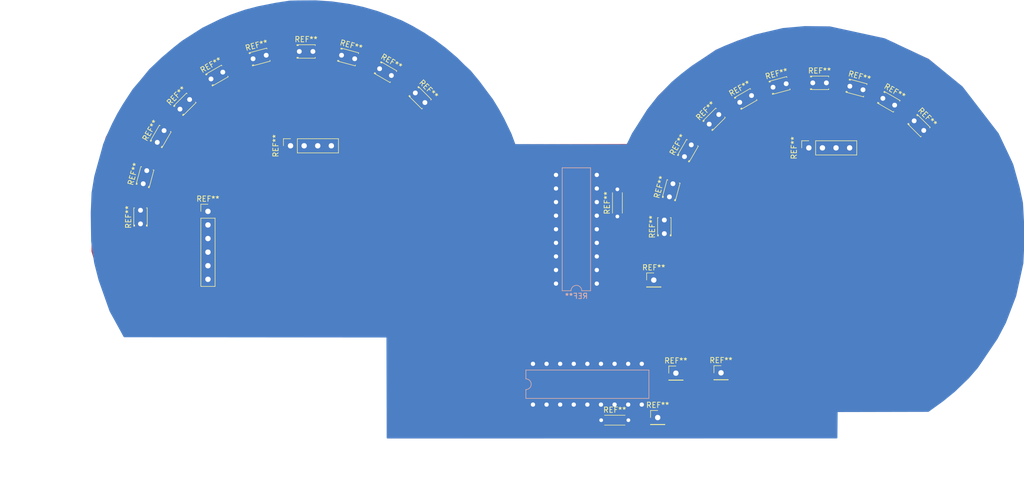
<source format=kicad_pcb>
(kicad_pcb (version 20171130) (host pcbnew 5.1.9-73d0e3b20d~88~ubuntu18.04.1)
  (layers (0 F.Cu signal) (31 B.Cu signal hide) (34 B.Paste user) (35 F.Paste user) (36 B.SilkS user) (37 F.SilkS user) (38 B.Mask user) (39 F.Mask user) (44 Edge.Cuts user))
  (net 0 "")
  (module Connector_PinHeader_2.54mm:PinHeader_1x01_P2.54mm_Vertical (layer F.Cu) (at 158.72206 147.0279)
    (fp_text reference REF** (at 0 -2.33) (layer F.SilkS))
    (fp_text value PinHeader_1x01_P2.54mm_Vertical)
    (pad 1 thru_hole rect (at 0 0) (size 1.7 1.7) (drill 1) (layers *.Cu *.Mask))
  )
  (module Connector_PinHeader_2.54mm:PinHeader_1x01_P2.54mm_Vertical (layer F.Cu) (at 162.11804 138.72464)
    (fp_text reference REF** (at 0 -2.33) (layer F.SilkS))
    (fp_text value PinHeader_1x01_P2.54mm_Vertical)
    (pad 1 thru_hole rect (at 0 0) (size 1.7 1.7) (drill 1) (layers *.Cu *.Mask))
  )
  (module Connector_PinHeader_2.54mm:PinHeader_1x01_P2.54mm_Vertical (layer F.Cu) (at 170.5483 138.66368)
    (fp_text reference REF** (at 0 -2.33) (layer F.SilkS))
    (fp_text value PinHeader_1x01_P2.54mm_Vertical)
    (pad 1 thru_hole rect (at 0 0) (size 1.7 1.7) (drill 1) (layers *.Cu *.Mask))
  )
  (module Connector_PinHeader_2.54mm:PinHeader_1x01_P2.54mm_Vertical (layer F.Cu) (at 157.99054 121.32056)
    (fp_text reference REF** (at 0 -2.33) (layer F.SilkS))
    (fp_text value PinHeader_1x01_P2.54mm_Vertical)
    (pad 1 thru_hole rect (at 0 0) (size 1.7 1.7) (drill 1) (layers *.Cu *.Mask))
  )
  (module Connector_PinHeader_2.54mm:PinHeader_1x06_P2.54mm_Vertical (layer F.Cu) (at 74.72934 108.48086)
    (fp_text reference REF** (at 0 -2.33) (layer F.SilkS))
    (fp_text value PinHeader_1x06_P2.54mm_Vertical)
    (pad 1 thru_hole rect (at 0 0) (size 1.7 1.7) (drill 1) (layers *.Cu *.Mask))
    (pad 2 thru_hole oval (at 0 2.54) (size 1.7 1.7) (drill 1) (layers *.Cu *.Mask))
    (pad 3 thru_hole oval (at 0 5.08) (size 1.7 1.7) (drill 1) (layers *.Cu *.Mask))
    (pad 4 thru_hole oval (at 0 7.62) (size 1.7 1.7) (drill 1) (layers *.Cu *.Mask))
    (pad 5 thru_hole oval (at 0 10.16) (size 1.7 1.7) (drill 1) (layers *.Cu *.Mask))
    (pad 6 thru_hole oval (at 0 12.7) (size 1.7 1.7) (drill 1) (layers *.Cu *.Mask))
  )
  (module Package_DIP:DIP-18_W7.62mm (layer B.Cu) (at 139.72794 121.98604)
    (fp_text reference REF** (at 3.81 2.33) (layer B.SilkS) (effects (justify mirror)))
    (fp_text value DIP-18_W7.62mm)
    (pad 1 thru_hole rect (at 0 0) (size 1.6 1.6) (drill 0.8) (layers *.Cu *.Mask))
    (pad 10 thru_hole oval (at 7.62 -20.32) (size 1.6 1.6) (drill 0.8) (layers *.Cu *.Mask))
    (pad 2 thru_hole oval (at 0 -2.54) (size 1.6 1.6) (drill 0.8) (layers *.Cu *.Mask))
    (pad 11 thru_hole oval (at 7.62 -17.78) (size 1.6 1.6) (drill 0.8) (layers *.Cu *.Mask))
    (pad 3 thru_hole oval (at 0 -5.08) (size 1.6 1.6) (drill 0.8) (layers *.Cu *.Mask))
    (pad 12 thru_hole oval (at 7.62 -15.24) (size 1.6 1.6) (drill 0.8) (layers *.Cu *.Mask))
    (pad 4 thru_hole oval (at 0 -7.62) (size 1.6 1.6) (drill 0.8) (layers *.Cu *.Mask))
    (pad 13 thru_hole oval (at 7.62 -12.7) (size 1.6 1.6) (drill 0.8) (layers *.Cu *.Mask))
    (pad 5 thru_hole oval (at 0 -10.16) (size 1.6 1.6) (drill 0.8) (layers *.Cu *.Mask))
    (pad 14 thru_hole oval (at 7.62 -10.16) (size 1.6 1.6) (drill 0.8) (layers *.Cu *.Mask))
    (pad 6 thru_hole oval (at 0 -12.7) (size 1.6 1.6) (drill 0.8) (layers *.Cu *.Mask))
    (pad 15 thru_hole oval (at 7.62 -7.62) (size 1.6 1.6) (drill 0.8) (layers *.Cu *.Mask))
    (pad 7 thru_hole oval (at 0 -15.24) (size 1.6 1.6) (drill 0.8) (layers *.Cu *.Mask))
    (pad 16 thru_hole oval (at 7.62 -5.08) (size 1.6 1.6) (drill 0.8) (layers *.Cu *.Mask))
    (pad 8 thru_hole oval (at 0 -17.78) (size 1.6 1.6) (drill 0.8) (layers *.Cu *.Mask))
    (pad 17 thru_hole oval (at 7.62 -2.54) (size 1.6 1.6) (drill 0.8) (layers *.Cu *.Mask))
    (pad 9 thru_hole oval (at 0 -20.32) (size 1.6 1.6) (drill 0.8) (layers *.Cu *.Mask))
    (pad 18 thru_hole oval (at 7.62 0) (size 1.6 1.6) (drill 0.8) (layers *.Cu *.Mask))
  )
  (module LED_THT:LED_D1.8mm_W3.3mm_H2.4mm (layer F.Cu) (at 91.79052 78.5876)
    (fp_text reference REF** (at 1.27 -2.26) (layer F.SilkS))
    (fp_text value LED_D1.8mm_W3.3mm_H2.4mm)
    (pad 1 thru_hole rect (at 0 0) (size 1.8 1.8) (drill 0.9) (layers *.Cu *.Mask))
    (pad 2 thru_hole circle (at 2.54 0) (size 1.8 1.8) (drill 0.9) (layers *.Cu *.Mask))
  )
  (module LED_THT:LED_D1.8mm_W3.3mm_H2.4mm (layer F.Cu) (at 83.15452 79.95158 15)
    (fp_text reference REF** (at 1.27 -2.26 15) (layer F.SilkS))
    (fp_text value LED_D1.8mm_W3.3mm_H2.4mm)
    (pad 1 thru_hole rect (at 0 0 15) (size 1.8 1.8) (drill 0.9) (layers *.Cu *.Mask))
    (pad 2 thru_hole circle (at 2.54 0 15) (size 1.8 1.8) (drill 0.9) (layers *.Cu *.Mask))
  )
  (module LED_THT:LED_D1.8mm_W3.3mm_H2.4mm (layer F.Cu) (at 99.679948 79.29164 345)
    (fp_text reference REF** (at 1.27 -2.26 165) (layer F.SilkS))
    (fp_text value LED_D1.8mm_W3.3mm_H2.4mm)
    (pad 1 thru_hole rect (at 0 0 345) (size 1.8 1.8) (drill 0.9) (layers *.Cu *.Mask))
    (pad 2 thru_hole circle (at 2.54 0 345) (size 1.8 1.8) (drill 0.9) (layers *.Cu *.Mask))
  )
  (module LED_THT:LED_D1.8mm_W3.3mm_H2.4mm (layer F.Cu) (at 75.30338 83.72602 30)
    (fp_text reference REF** (at 1.27 -2.26 30) (layer F.SilkS))
    (fp_text value LED_D1.8mm_W3.3mm_H2.4mm)
    (pad 1 thru_hole rect (at 0 0 30) (size 1.8 1.8) (drill 0.9) (layers *.Cu *.Mask))
    (pad 2 thru_hole circle (at 2.54 0 30) (size 1.8 1.8) (drill 0.9) (layers *.Cu *.Mask))
  )
  (module LED_THT:LED_D1.8mm_W3.3mm_H2.4mm (layer F.Cu) (at 65.26276 95.57766 60)
    (fp_text reference REF** (at 1.27 -2.26 60) (layer F.SilkS))
    (fp_text value LED_D1.8mm_W3.3mm_H2.4mm)
    (pad 1 thru_hole rect (at 0 0 60) (size 1.8 1.8) (drill 0.9) (layers *.Cu *.Mask))
    (pad 2 thru_hole circle (at 2.54 0 60) (size 1.8 1.8) (drill 0.9) (layers *.Cu *.Mask))
  )
  (module LED_THT:LED_D1.8mm_W3.3mm_H2.4mm (layer F.Cu) (at 69.506829 89.370171 45)
    (fp_text reference REF** (at 1.27 -2.26 45) (layer F.SilkS))
    (fp_text value LED_D1.8mm_W3.3mm_H2.4mm)
    (pad 1 thru_hole rect (at 0 0 45) (size 1.8 1.8) (drill 0.9) (layers *.Cu *.Mask))
    (pad 2 thru_hole circle (at 2.54 0 45) (size 1.8 1.8) (drill 0.9) (layers *.Cu *.Mask))
  )
  (module LED_THT:LED_D1.8mm_W3.3mm_H2.4mm (layer F.Cu) (at 62.64448 103.314312 75)
    (fp_text reference REF** (at 1.27 -2.26 75) (layer F.SilkS))
    (fp_text value LED_D1.8mm_W3.3mm_H2.4mm)
    (pad 1 thru_hole rect (at 0 0 75) (size 1.8 1.8) (drill 0.9) (layers *.Cu *.Mask))
    (pad 2 thru_hole circle (at 2.54 0 75) (size 1.8 1.8) (drill 0.9) (layers *.Cu *.Mask))
  )
  (module LED_THT:LED_D1.8mm_W3.3mm_H2.4mm (layer F.Cu) (at 62.13348 110.81512 90)
    (fp_text reference REF** (at 1.27 -2.26 90) (layer F.SilkS))
    (fp_text value LED_D1.8mm_W3.3mm_H2.4mm)
    (pad 1 thru_hole rect (at 0 0 90) (size 1.8 1.8) (drill 0.9) (layers *.Cu *.Mask))
    (pad 2 thru_hole circle (at 2.54 0 90) (size 1.8 1.8) (drill 0.9) (layers *.Cu *.Mask))
  )
  (module LED_THT:LED_D1.8mm_W3.3mm_H2.4mm (layer F.Cu) (at 106.78668 81.81086 330)
    (fp_text reference REF** (at 1.27 -2.26 150) (layer F.SilkS))
    (fp_text value LED_D1.8mm_W3.3mm_H2.4mm)
    (pad 1 thru_hole rect (at 0 0 330) (size 1.8 1.8) (drill 0.9) (layers *.Cu *.Mask))
    (pad 2 thru_hole circle (at 2.54 0 330) (size 1.8 1.8) (drill 0.9) (layers *.Cu *.Mask))
  )
  (module LED_THT:LED_D1.8mm_W3.3mm_H2.4mm (layer F.Cu) (at 113.45418 86.33968 315)
    (fp_text reference REF** (at 1.27 -2.26 135) (layer F.SilkS))
    (fp_text value LED_D1.8mm_W3.3mm_H2.4mm)
    (pad 1 thru_hole rect (at 0 0 315) (size 1.8 1.8) (drill 0.9) (layers *.Cu *.Mask))
    (pad 2 thru_hole circle (at 2.54 0 315) (size 1.8 1.8) (drill 0.9) (layers *.Cu *.Mask))
  )
  (module Resistor_THT:R_Axial_DIN0204_L3.6mm_D1.6mm_P5.08mm_Horizontal (layer F.Cu) (at 148.16582 147.51812)
    (fp_text reference REF** (at 2.54 -1.92) (layer F.SilkS))
    (fp_text value R_Axial_DIN0204_L3.6mm_D1.6mm_P5.08mm_Horizontal)
    (pad 1 thru_hole circle (at 0 0) (size 1.4 1.4) (drill 0.7) (layers *.Cu *.Mask))
    (pad 2 thru_hole oval (at 5.08 0) (size 1.4 1.4) (drill 0.7) (layers *.Cu *.Mask))
  )
  (module Resistor_THT:R_Axial_DIN0204_L3.6mm_D1.6mm_P5.08mm_Horizontal (layer F.Cu) (at 151.19096 109.43844 90)
    (fp_text reference REF** (at 2.54 -1.92 90) (layer F.SilkS))
    (fp_text value R_Axial_DIN0204_L3.6mm_D1.6mm_P5.08mm_Horizontal)
    (pad 1 thru_hole circle (at 0 0 90) (size 1.4 1.4) (drill 0.7) (layers *.Cu *.Mask))
    (pad 2 thru_hole oval (at 5.08 0 90) (size 1.4 1.4) (drill 0.7) (layers *.Cu *.Mask))
  )
  (module Connector_PinSocket_2.54mm:PinSocket_1x04_P2.54mm_Vertical (layer F.Cu) (at 90.15222 96.22028 90)
    (fp_text reference REF** (at 0 -2.77 90) (layer F.SilkS))
    (fp_text value PinSocket_1x04_P2.54mm_Vertical)
    (pad 1 thru_hole rect (at 0 0 90) (size 1.7 1.7) (drill 1) (layers *.Cu *.Mask))
    (pad 2 thru_hole oval (at 0 2.54 90) (size 1.7 1.7) (drill 1) (layers *.Cu *.Mask))
    (pad 3 thru_hole oval (at 0 5.08 90) (size 1.7 1.7) (drill 1) (layers *.Cu *.Mask))
    (pad 4 thru_hole oval (at 0 7.62 90) (size 1.7 1.7) (drill 1) (layers *.Cu *.Mask))
  )
  (module Connector_PinSocket_2.54mm:PinSocket_1x04_P2.54mm_Vertical (layer F.Cu) (at 186.94654 96.61144 90)
    (fp_text reference REF** (at 0 -2.77 90) (layer F.SilkS))
    (fp_text value PinSocket_1x04_P2.54mm_Vertical)
    (pad 1 thru_hole rect (at 0 0 90) (size 1.7 1.7) (drill 1) (layers *.Cu *.Mask))
    (pad 2 thru_hole oval (at 0 2.54 90) (size 1.7 1.7) (drill 1) (layers *.Cu *.Mask))
    (pad 3 thru_hole oval (at 0 5.08 90) (size 1.7 1.7) (drill 1) (layers *.Cu *.Mask))
    (pad 4 thru_hole oval (at 0 7.62 90) (size 1.7 1.7) (drill 1) (layers *.Cu *.Mask))
  )
  (module LED_THT:LED_D1.8mm_W3.3mm_H2.4mm (layer F.Cu) (at 206.6163 91.5543 315)
    (fp_text reference REF** (at 1.27 -2.26 135) (layer F.SilkS))
    (fp_text value LED_D1.8mm_W3.3mm_H2.4mm)
    (pad 1 thru_hole rect (at 0 0 315) (size 1.8 1.8) (drill 0.9) (layers *.Cu *.Mask))
    (pad 2 thru_hole circle (at 2.54 0 315) (size 1.8 1.8) (drill 0.9) (layers *.Cu *.Mask))
  )
  (module LED_THT:LED_D1.8mm_W3.3mm_H2.4mm (layer F.Cu) (at 159.95904 112.63884 90)
    (fp_text reference REF** (at 1.27 -2.26 90) (layer F.SilkS))
    (fp_text value LED_D1.8mm_W3.3mm_H2.4mm)
    (pad 1 thru_hole rect (at 0 0 90) (size 1.8 1.8) (drill 0.9) (layers *.Cu *.Mask))
    (pad 2 thru_hole circle (at 2.54 0 90) (size 1.8 1.8) (drill 0.9) (layers *.Cu *.Mask))
  )
  (module LED_THT:LED_D1.8mm_W3.3mm_H2.4mm (layer F.Cu) (at 163.72078 98.2472 60)
    (fp_text reference REF** (at 1.27 -2.26 60) (layer F.SilkS))
    (fp_text value LED_D1.8mm_W3.3mm_H2.4mm)
    (pad 1 thru_hole rect (at 0 0 60) (size 1.8 1.8) (drill 0.9) (layers *.Cu *.Mask))
    (pad 2 thru_hole circle (at 2.54 0 60) (size 1.8 1.8) (drill 0.9) (layers *.Cu *.Mask))
  )
  (module LED_THT:LED_D1.8mm_W3.3mm_H2.4mm (layer F.Cu) (at 168.34104 92.1766 45)
    (fp_text reference REF** (at 1.27 -2.26 45) (layer F.SilkS))
    (fp_text value LED_D1.8mm_W3.3mm_H2.4mm)
    (pad 1 thru_hole rect (at 0 0 45) (size 1.8 1.8) (drill 0.9) (layers *.Cu *.Mask))
    (pad 2 thru_hole circle (at 2.54 0 45) (size 1.8 1.8) (drill 0.9) (layers *.Cu *.Mask))
  )
  (module LED_THT:LED_D1.8mm_W3.3mm_H2.4mm (layer F.Cu) (at 174.04588 88.0999 30)
    (fp_text reference REF** (at 1.27 -2.26 30) (layer F.SilkS))
    (fp_text value LED_D1.8mm_W3.3mm_H2.4mm)
    (pad 1 thru_hole rect (at 0 0 30) (size 1.8 1.8) (drill 0.9) (layers *.Cu *.Mask))
    (pad 2 thru_hole circle (at 2.54 0 30) (size 1.8 1.8) (drill 0.9) (layers *.Cu *.Mask))
  )
  (module LED_THT:LED_D1.8mm_W3.3mm_H2.4mm (layer F.Cu) (at 180.26126 85.27288 15)
    (fp_text reference REF** (at 1.27 -2.26 15) (layer F.SilkS))
    (fp_text value LED_D1.8mm_W3.3mm_H2.4mm)
    (pad 1 thru_hole rect (at 0 0 15) (size 1.8 1.8) (drill 0.9) (layers *.Cu *.Mask))
    (pad 2 thru_hole circle (at 2.54 0 15) (size 1.8 1.8) (drill 0.9) (layers *.Cu *.Mask))
  )
  (module LED_THT:LED_D1.8mm_W3.3mm_H2.4mm (layer F.Cu) (at 187.68314 84.455)
    (fp_text reference REF** (at 1.27 -2.26) (layer F.SilkS))
    (fp_text value LED_D1.8mm_W3.3mm_H2.4mm)
    (pad 1 thru_hole rect (at 0 0) (size 1.8 1.8) (drill 0.9) (layers *.Cu *.Mask))
    (pad 2 thru_hole circle (at 2.54 0) (size 1.8 1.8) (drill 0.9) (layers *.Cu *.Mask))
  )
  (module LED_THT:LED_D1.8mm_W3.3mm_H2.4mm (layer F.Cu) (at 194.60972 85.08746 345)
    (fp_text reference REF** (at 1.27 -2.26 165) (layer F.SilkS))
    (fp_text value LED_D1.8mm_W3.3mm_H2.4mm)
    (pad 1 thru_hole rect (at 0 0 345) (size 1.8 1.8) (drill 0.9) (layers *.Cu *.Mask))
    (pad 2 thru_hole circle (at 2.54 0 345) (size 1.8 1.8) (drill 0.9) (layers *.Cu *.Mask))
  )
  (module LED_THT:LED_D1.8mm_W3.3mm_H2.4mm (layer F.Cu) (at 200.7743 87.35314 330)
    (fp_text reference REF** (at 1.27 -2.26 150) (layer F.SilkS))
    (fp_text value LED_D1.8mm_W3.3mm_H2.4mm)
    (pad 1 thru_hole rect (at 0 0 330) (size 1.8 1.8) (drill 0.9) (layers *.Cu *.Mask))
    (pad 2 thru_hole circle (at 2.54 0 330) (size 1.8 1.8) (drill 0.9) (layers *.Cu *.Mask))
  )
  (module LED_THT:LED_D1.8mm_W3.3mm_H2.4mm (layer F.Cu) (at 160.91154 105.7656 75)
    (fp_text reference REF** (at 1.27 -2.26 75) (layer F.SilkS))
    (fp_text value LED_D1.8mm_W3.3mm_H2.4mm)
    (pad 1 thru_hole rect (at 0 0 75) (size 1.8 1.8) (drill 0.9) (layers *.Cu *.Mask))
    (pad 2 thru_hole circle (at 2.54 0 75) (size 1.8 1.8) (drill 0.9) (layers *.Cu *.Mask))
  )
  (module Package_DIP:DIP-18_W7.62mm (layer B.Cu) (at 135.42772 136.9822 270)
    (fp_text reference REF** (at 3.81 2.33 270) (layer B.Cu) (effects (justify mirror)))
    (fp_text value DIP-18_W7.62mm (at 3.81 -22.65 270) (layer B.Cu) (effects (justify mirror)))
    (fp_text user %R (at 3.81 -10.16 270) (layer B.Cu) (effects (justify mirror)))
    (pad 1 thru_hole rect (at 0 0 270) (size 1.6 1.6) (drill 0.8) (layers *.Cu *.Mask))
    (pad 10 thru_hole oval (at 7.62 -20.32 270) (size 1.6 1.6) (drill 0.8) (layers *.Cu *.Mask))
    (pad 2 thru_hole oval (at 0 -2.54 270) (size 1.6 1.6) (drill 0.8) (layers *.Cu *.Mask))
    (pad 11 thru_hole oval (at 7.62 -17.78 270) (size 1.6 1.6) (drill 0.8) (layers *.Cu *.Mask))
    (pad 3 thru_hole oval (at 0 -5.08 270) (size 1.6 1.6) (drill 0.8) (layers *.Cu *.Mask))
    (pad 12 thru_hole oval (at 7.62 -15.24 270) (size 1.6 1.6) (drill 0.8) (layers *.Cu *.Mask))
    (pad 4 thru_hole oval (at 0 -7.62 270) (size 1.6 1.6) (drill 0.8) (layers *.Cu *.Mask))
    (pad 13 thru_hole oval (at 7.62 -12.7 270) (size 1.6 1.6) (drill 0.8) (layers *.Cu *.Mask))
    (pad 5 thru_hole oval (at 0 -10.16 270) (size 1.6 1.6) (drill 0.8) (layers *.Cu *.Mask))
    (pad 14 thru_hole oval (at 7.62 -10.16 270) (size 1.6 1.6) (drill 0.8) (layers *.Cu *.Mask))
    (pad 6 thru_hole oval (at 0 -12.7 270) (size 1.6 1.6) (drill 0.8) (layers *.Cu *.Mask))
    (pad 15 thru_hole oval (at 7.62 -7.62 270) (size 1.6 1.6) (drill 0.8) (layers *.Cu *.Mask))
    (pad 7 thru_hole oval (at 0 -15.24 270) (size 1.6 1.6) (drill 0.8) (layers *.Cu *.Mask))
    (pad 16 thru_hole oval (at 7.62 -5.08 270) (size 1.6 1.6) (drill 0.8) (layers *.Cu *.Mask))
    (pad 8 thru_hole oval (at 0 -17.78 270) (size 1.6 1.6) (drill 0.8) (layers *.Cu *.Mask))
    (pad 17 thru_hole oval (at 7.62 -2.54 270) (size 1.6 1.6) (drill 0.8) (layers *.Cu *.Mask))
    (pad 9 thru_hole oval (at 0 -20.32 270) (size 1.6 1.6) (drill 0.8) (layers *.Cu *.Mask))
    (pad 18 thru_hole oval (at 7.62 0 270) (size 1.6 1.6) (drill 0.8) (layers *.Cu *.Mask))
  )
  (segment (start 156.99232 137.44194) (end 156.99232 130.16992) (width 0.25) (layer B.Cu) (net 0))
  (segment (start 156.99232 130.16992) (end 159.14878 132.32638) (width 0.25) (layer B.Cu) (net 0))
  (segment (start 159.14878 132.32638) (end 159.85744 132.32638) (width 0.25) (layer B.Cu) (net 0))
  (segment (start 159.85744 132.32638) (end 161.98596 134.4549) (width 0.25) (layer B.Cu) (net 0))
  (segment (start 157.62224 126.81458) (end 151.91232 132.5245) (width 0.25) (layer B.Cu) (net 0))
  (segment (start 154.45232 134.36092) (end 157.62224 131.191) (width 0.25) (layer B.Cu) (net 0))
  (segment (start 151.91232 132.5245) (end 151.91232 137.44194) (width 0.25) (layer B.Cu) (net 0))
  (segment (start 154.45232 137.44194) (end 154.45232 134.36092) (width 0.25) (layer B.Cu) (net 0))
  (segment (start 157.62224 131.191) (end 157.62224 126.81458) (width 0.25) (layer B.Cu) (net 0))
  (segment (start 157.59938 140.26896) (end 157.59938 135.13308) (width 0.25) (layer B.Cu) (net 0))
  (segment (start 160.13938 137.67308) (end 160.13938 140.26896) (width 0.25) (layer B.Cu) (net 0))
  (segment (start 157.59938 135.13308) (end 160.13938 137.67308) (width 0.25) (layer B.Cu) (net 0))
  (segment (start 157.59938 140.26896) (end 157.59938 147.88896) (width 0.25) (layer B.Cu) (net 0))
  (segment (start 160.13938 140.26896) (end 160.13938 143.0147) (width 0.25) (layer B.Cu) (net 0))
  (segment (start 157.9753 98.2472) (end 163.72078 98.2472) (width 0.5) (layer F.Cu) (net 0))
  (segment (start 157.9753 98.2472) (end 164.15004 92.07246) (width 0.5) (layer F.Cu) (net 0))
  (segment (start 164.25418 92.1766) (end 168.34104 92.1766) (width 0.5) (layer F.Cu) (net 0))
  (segment (start 164.15004 92.07246) (end 164.25418 92.1766) (width 0.5) (layer F.Cu) (net 0))
  (segment (start 164.15004 92.07246) (end 164.15004 92.06992) (width 0.5) (layer F.Cu) (net 0))
  (segment (start 168.12006 88.0999) (end 174.04588 88.0999) (width 0.5) (layer F.Cu) (net 0))
  (segment (start 164.15004 92.06992) (end 168.12006 88.0999) (width 0.5) (layer F.Cu) (net 0))
  (segment (start 157.71368 112.49406) (end 157.85846 112.63884) (width 0.5) (layer F.Cu) (net 0))
  (segment (start 157.85846 112.63884) (end 159.95904 112.63884) (width 0.5) (layer F.Cu) (net 0))
  (segment (start 157.73908 105.7656) (end 157.71368 105.791) (width 0.5) (layer F.Cu) (net 0))
  (segment (start 160.91154 105.7656) (end 157.73908 105.7656) (width 0.5) (layer F.Cu) (net 0))
  (segment (start 157.71368 98.50882) (end 157.71368 105.791) (width 0.5) (layer F.Cu) (net 0))
  (segment (start 157.71368 105.791) (end 157.71368 112.49406) (width 0.5) (layer F.Cu) (net 0))
  (segment (start 206.6163 87.1855) (end 206.6163 91.5543) (width 0.5) (layer F.Cu) (net 0))
  (segment (start 201.19848 81.76768) (end 206.6163 87.1855) (width 0.5) (layer F.Cu) (net 0))
  (segment (start 168.12006 88.0999) (end 168.12006 88.03386) (width 0.5) (layer F.Cu) (net 0))
  (segment (start 168.12006 88.03386) (end 174.38624 81.76768) (width 0.5) (layer F.Cu) (net 0))
  (segment (start 200.7743 87.35314) (end 200.7743 83.91906) (width 0.5) (layer F.Cu) (net 0))
  (segment (start 198.62292 81.76768) (end 198.22922 81.76768) (width 0.5) (layer F.Cu) (net 0))
  (segment (start 200.7743 83.91906) (end 198.62292 81.76768) (width 0.5) (layer F.Cu) (net 0))
  (segment (start 198.22922 81.76768) (end 201.19848 81.76768) (width 0.5) (layer F.Cu) (net 0))
  (segment (start 194.60972 83.12658) (end 193.25082 81.76768) (width 0.5) (layer F.Cu) (net 0))
  (segment (start 194.60972 85.08746) (end 194.60972 83.12658) (width 0.5) (layer F.Cu) (net 0))
  (segment (start 193.25082 81.76768) (end 198.22922 81.76768) (width 0.5) (layer F.Cu) (net 0))
  (segment (start 187.68314 83.8454) (end 185.60542 81.76768) (width 0.5) (layer F.Cu) (net 0))
  (segment (start 187.68314 84.455) (end 187.68314 83.8454) (width 0.5) (layer F.Cu) (net 0))
  (segment (start 185.60542 81.76768) (end 193.25082 81.76768) (width 0.5) (layer F.Cu) (net 0))
  (segment (start 180.26126 85.27288) (end 180.26126 83.76158) (width 0.5) (layer F.Cu) (net 0))
  (segment (start 180.26126 83.76158) (end 178.26736 81.76768) (width 0.5) (layer F.Cu) (net 0))
  (segment (start 174.38624 81.76768) (end 178.26736 81.76768) (width 0.5) (layer F.Cu) (net 0))
  (segment (start 178.26736 81.76768) (end 185.60542 81.76768) (width 0.5) (layer F.Cu) (net 0))
  (segment (start 135.42772 135.75538) (end 135.42772 136.9822) (width 0.5) (layer F.Cu) (net 0))
  (segment (start 155.74772 136.9822) (end 155.74772 136.14908) (width 0.5) (layer F.Cu) (net 0))
  (segment (start 155.74772 136.14908) (end 156.91358 134.98322) (width 0.5) (layer F.Cu) (net 0))
  (segment (start 153.20772 136.9822) (end 153.20772 135.73252) (width 0.5) (layer F.Cu) (net 0))
  (segment (start 153.20772 135.73252) (end 154.89936 134.04088) (width 0.5) (layer F.Cu) (net 0))
  (segment (start 150.66772 136.9822) (end 150.66772 135.37946) (width 0.5) (layer F.Cu) (net 0))
  (segment (start 150.66772 135.37946) (end 153.01468 133.0325) (width 0.5) (layer F.Cu) (net 0))
  (segment (start 148.12772 136.9822) (end 148.12772 135.59028) (width 0.5) (layer F.Cu) (net 0))
  (segment (start 148.12772 135.59028) (end 151.69134 132.02666) (width 0.5) (layer F.Cu) (net 0))
  (segment (start 145.58772 136.9822) (end 145.58772 135.74014) (width 0.5) (layer F.Cu) (net 0))
  (segment (start 145.58772 135.74014) (end 150.37054 130.95732) (width 0.5) (layer F.Cu) (net 0))
  (segment (start 143.04772 136.9822) (end 143.04772 135.8265) (width 0.5) (layer F.Cu) (net 0))
  (segment (start 143.04772 135.8265) (end 149.04974 129.82448) (width 0.5) (layer F.Cu) (net 0))
  (segment (start 137.96772 136.9822) (end 137.96772 135.5598) (width 0.5) (layer F.Cu) (net 0))
  (segment (start 137.96772 135.5598) (end 145.84172 127.6858) (width 0.5) (layer F.Cu) (net 0))
  (segment (start 135.42772 135.75538) (end 135.42772 134.98068) (width 0.5) (layer F.Cu) (net 0))
  (segment (start 135.42772 134.98068) (end 143.67256 126.73584) (width 0.5) (layer F.Cu) (net 0))
  (segment (start 161.20618 110.09884) (end 159.95904 110.09884) (width 0.5) (layer F.Cu) (net 0))
  (segment (start 133.22808 142.40256) (end 133.22808 135.08736) (width 0.5) (layer F.Cu) (net 0))
  (segment (start 135.42772 144.6022) (end 133.22808 142.40256) (width 0.5) (layer F.Cu) (net 0))
  (segment (start 162.27298 111.16564) (end 161.20618 110.09884) (width 0.5) (layer F.Cu) (net 0))
  (segment (start 133.22808 135.08736) (end 142.88262 125.43282) (width 0.5) (layer F.Cu) (net 0))
  (segment (start 142.88262 125.43282) (end 160.15716 125.43282) (width 0.5) (layer F.Cu) (net 0))
  (segment (start 160.15716 125.43282) (end 162.27298 123.317) (width 0.5) (layer F.Cu) (net 0))
  (segment (start 162.27298 123.317) (end 162.27298 111.16564) (width 0.5) (layer F.Cu) (net 0))
  (segment (start 166.21506 122.2629) (end 161.74212 126.73584) (width 0.5) (layer F.Cu) (net 0))
  (segment (start 164.274688 103.312148) (end 166.21506 105.25252) (width 0.5) (layer F.Cu) (net 0))
  (segment (start 161.56894 103.312148) (end 164.274688 103.312148) (width 0.5) (layer F.Cu) (net 0))
  (segment (start 143.67256 126.73584) (end 161.74212 126.73584) (width 0.5) (layer F.Cu) (net 0))
  (segment (start 166.21506 105.25252) (end 166.21506 122.2629) (width 0.5) (layer F.Cu) (net 0))
  (segment (start 162.81654 127.6858) (end 163.41852 127.6858) (width 0.5) (layer F.Cu) (net 0))
  (segment (start 145.84172 127.6858) (end 162.81654 127.6858) (width 0.5) (layer F.Cu) (net 0))
  (segment (start 163.41852 127.6858) (end 168.43756 122.66676) (width 0.5) (layer F.Cu) (net 0))
  (segment (start 168.43756 99.494275) (end 164.99078 96.047495) (width 0.5) (layer F.Cu) (net 0))
  (segment (start 168.43756 122.66676) (end 168.43756 99.494275) (width 0.5) (layer F.Cu) (net 0))
  (segment (start 147.53844 128.69418) (end 140.50772 135.7249) (width 0.5) (layer F.Cu) (net 0))
  (segment (start 164.09162 128.69418) (end 147.53844 128.69418) (width 0.5) (layer F.Cu) (net 0))
  (segment (start 170.137091 90.380549) (end 171.41444 91.657898) (width 0.5) (layer F.Cu) (net 0))
  (segment (start 169.88536 96.14662) (end 169.88536 122.93092) (width 0.5) (layer F.Cu) (net 0))
  (segment (start 171.41444 94.61754) (end 169.88536 96.14662) (width 0.5) (layer F.Cu) (net 0))
  (segment (start 140.50772 135.7249) (end 140.50772 136.9822) (width 0.5) (layer F.Cu) (net 0))
  (segment (start 171.41444 91.657898) (end 171.41444 94.61754) (width 0.5) (layer F.Cu) (net 0))
  (segment (start 169.85488 122.93092) (end 164.09162 128.69418) (width 0.5) (layer F.Cu) (net 0))
  (segment (start 172.50156 121.71426) (end 164.39134 129.82448) (width 0.5) (layer F.Cu) (net 0))
  (segment (start 176.78654 88.2904) (end 172.50156 92.57538) (width 0.5) (layer F.Cu) (net 0))
  (segment (start 176.78654 87.57412) (end 176.78654 88.2904) (width 0.5) (layer F.Cu) (net 0))
  (segment (start 172.50156 92.57538) (end 172.50156 121.71426) (width 0.5) (layer F.Cu) (net 0))
  (segment (start 149.04974 129.82448) (end 164.39134 129.82448) (width 0.5) (layer F.Cu) (net 0))
  (segment (start 165.2778 130.7719) (end 165.2778 130.95732) (width 0.5) (layer F.Cu) (net 0))
  (segment (start 173.9011 122.1486) (end 165.2778 130.7719) (width 0.5) (layer F.Cu) (net 0))
  (segment (start 173.9011 92.79382) (end 173.9011 122.1486) (width 0.5) (layer F.Cu) (net 0))
  (segment (start 150.37054 130.95732) (end 165.2778 130.95732) (width 0.5) (layer F.Cu) (net 0))
  (segment (start 182.714712 84.61548) (end 182.714712 85.986808) (width 0.5) (layer F.Cu) (net 0))
  (segment (start 182.714712 85.986808) (end 180.14696 88.55456) (width 0.5) (layer F.Cu) (net 0))
  (segment (start 180.14696 88.55456) (end 178.14036 88.55456) (width 0.5) (layer F.Cu) (net 0))
  (segment (start 178.14036 88.55456) (end 173.9011 92.79382) (width 0.5) (layer F.Cu) (net 0))
  (segment (start 178.2699 89.73566) (end 174.9044 93.10116) (width 0.5) (layer F.Cu) (net 0))
  (segment (start 180.53812 89.73566) (end 178.2699 89.73566) (width 0.5) (layer F.Cu) (net 0))
  (segment (start 174.9044 93.10116) (end 174.9044 123.15698) (width 0.5) (layer F.Cu) (net 0))
  (segment (start 183.2483 87.02548) (end 180.53812 89.73566) (width 0.5) (layer F.Cu) (net 0))
  (segment (start 190.22314 84.455) (end 190.22314 86.3854) (width 0.5) (layer F.Cu) (net 0))
  (segment (start 190.22314 86.3854) (end 189.58306 87.02548) (width 0.5) (layer F.Cu) (net 0))
  (segment (start 174.9044 123.15698) (end 166.03472 132.02666) (width 0.5) (layer F.Cu) (net 0))
  (segment (start 151.69134 132.02666) (end 166.03472 132.02666) (width 0.5) (layer F.Cu) (net 0))
  (segment (start 189.58306 87.02548) (end 183.2483 87.02548) (width 0.5) (layer F.Cu) (net 0))
  (segment (start 178.44262 90.82786) (end 175.91024 93.36024) (width 0.5) (layer F.Cu) (net 0))
  (segment (start 175.91024 93.36024) (end 175.91024 124.16282) (width 0.5) (layer F.Cu) (net 0))
  (segment (start 180.84546 90.82786) (end 178.44262 90.82786) (width 0.5) (layer F.Cu) (net 0))
  (segment (start 183.642 88.03132) (end 180.84546 90.82786) (width 0.5) (layer F.Cu) (net 0))
  (segment (start 153.01468 133.0325) (end 167.04056 133.0325) (width 0.5) (layer F.Cu) (net 0))
  (segment (start 175.91024 124.16282) (end 167.04056 133.0325) (width 0.5) (layer F.Cu) (net 0))
  (segment (start 197.063172 85.74486) (end 197.063172 87.409208) (width 0.5) (layer F.Cu) (net 0))
  (segment (start 196.44106 88.03132) (end 183.642 88.03132) (width 0.5) (layer F.Cu) (net 0))
  (segment (start 197.063172 87.409208) (end 196.44106 88.03132) (width 0.5) (layer F.Cu) (net 0))
  (segment (start 177.01768 124.5108) (end 167.4876 134.04088) (width 0.5) (layer F.Cu) (net 0))
  (segment (start 177.01768 93.49486) (end 177.01768 124.5108) (width 0.5) (layer F.Cu) (net 0))
  (segment (start 181.17058 91.96324) (end 178.5493 91.96324) (width 0.5) (layer F.Cu) (net 0))
  (segment (start 184.08142 89.0524) (end 181.17058 91.96324) (width 0.5) (layer F.Cu) (net 0))
  (segment (start 197.2564 89.0524) (end 184.08142 89.0524) (width 0.5) (layer F.Cu) (net 0))
  (segment (start 178.5493 91.96324) (end 177.01768 93.49486) (width 0.5) (layer F.Cu) (net 0))
  (segment (start 154.89936 134.04088) (end 167.4876 134.04088) (width 0.5) (layer F.Cu) (net 0))
  (segment (start 202.974005 88.62314) (end 202.974005 89.997215) (width 0.5) (layer F.Cu) (net 0))
  (segment (start 202.974005 89.997215) (end 201.81062 91.1606) (width 0.5) (layer F.Cu) (net 0))
  (segment (start 199.3646 91.1606) (end 197.2564 89.0524) (width 0.5) (layer F.Cu) (net 0))
  (segment (start 201.81062 91.1606) (end 199.3646 91.1606) (width 0.5) (layer F.Cu) (net 0))
  (segment (start 178.03368 125.21184) (end 168.2623 134.98322) (width 0.5) (layer F.Cu) (net 0))
  (segment (start 184.33034 90.15222) (end 181.49062 92.99194) (width 0.5) (layer F.Cu) (net 0))
  (segment (start 199.10044 92.41028) (end 196.84238 90.15222) (width 0.5) (layer F.Cu) (net 0))
  (segment (start 178.72456 92.99194) (end 178.03368 93.68282) (width 0.5) (layer F.Cu) (net 0))
  (segment (start 156.91358 134.98322) (end 168.2623 134.98322) (width 0.5) (layer F.Cu) (net 0))
  (segment (start 178.03368 93.68282) (end 178.03368 125.21184) (width 0.5) (layer F.Cu) (net 0))
  (segment (start 208.412351 93.350351) (end 206.88808 94.874622) (width 0.5) (layer F.Cu) (net 0))
  (segment (start 206.88808 94.874622) (end 204.366402 94.874622) (width 0.5) (layer F.Cu) (net 0))
  (segment (start 204.366402 94.874622) (end 201.90206 92.41028) (width 0.5) (layer F.Cu) (net 0))
  (segment (start 181.49062 92.99194) (end 178.72456 92.99194) (width 0.5) (layer F.Cu) (net 0))
  (segment (start 196.84238 90.15222) (end 184.33034 90.15222) (width 0.5) (layer F.Cu) (net 0))
  (segment (start 201.90206 92.41028) (end 199.10044 92.41028) (width 0.5) (layer F.Cu) (net 0))
  (segment (start 206.6163 87.1855) (end 206.6163 87.22106) (width 0.5) (layer F.Cu) (net 0))
  (segment (start 206.6163 87.22106) (end 211.2264 91.83116) (width 0.5) (layer F.Cu) (net 0))
  (segment (start 211.2264 91.83116) (end 211.2264 94.75724) (width 0.5) (layer F.Cu) (net 0))
  (segment (start 211.2264 94.75724) (end 209.77098 96.21266) (width 0.5) (layer F.Cu) (net 0))
  (segment (start 209.77098 96.21266) (end 203.85532 96.21266) (width 0.5) (layer F.Cu) (net 0))
  (segment (start 203.85532 96.21266) (end 201.21626 93.5736) (width 0.5) (layer F.Cu) (net 0))
  (segment (start 189.48654 94.615) (end 189.48654 96.61144) (width 0.5) (layer F.Cu) (net 0))
  (segment (start 140.50772 144.6022) (end 140.50772 142.28318) (width 0.5) (layer F.Cu) (net 0))
  (segment (start 140.50772 142.28318) (end 141.2875 141.5034) (width 0.5) (layer F.Cu) (net 0))
  (segment (start 141.2875 141.5034) (end 154.8003 141.5034) (width 0.5) (layer F.Cu) (net 0))
  (segment (start 155.74772 142.45082) (end 155.74772 144.6022) (width 0.5) (layer F.Cu) (net 0))
  (segment (start 154.8003 141.5034) (end 155.74772 142.45082) (width 0.5) (layer F.Cu) (net 0))
  (segment (start 150.66772 144.6022) (end 148.12772 144.6022) (width 0.5) (layer F.Cu) (net 0))
  (segment (start 148.16582 144.6403) (end 148.12772 144.6022) (width 0.5) (layer F.Cu) (net 0))
  (segment (start 148.16582 147.51812) (end 148.16582 144.6403) (width 0.5) (layer F.Cu) (net 0))
  (segment (start 153.24582 144.6403) (end 153.20772 144.6022) (width 0.5) (layer F.Cu) (net 0))
  (segment (start 153.24582 147.51812) (end 153.24582 144.6403) (width 0.5) (layer F.Cu) (net 0))
  (segment (start 201.21626 93.5736) (end 191.2747 93.5736) (width 0.5) (layer F.Cu) (net 0))
  (segment (start 191.2747 93.5736) (end 190.52794 93.5736) (width 0.5) (layer F.Cu) (net 0))
  (segment (start 190.33744 93.7641) (end 183.35244 93.7641) (width 0.5) (layer F.Cu) (net 0))
  (segment (start 190.33744 93.7641) (end 189.48654 94.615) (width 0.5) (layer F.Cu) (net 0))
  (segment (start 190.52794 93.5736) (end 190.33744 93.7641) (width 0.5) (layer F.Cu) (net 0))
  (segment (start 183.35244 93.7641) (end 182.63108 94.48546) (width 0.5) (layer F.Cu) (net 0))
  (segment (start 182.63108 94.48546) (end 179.60848 94.48546) (width 0.5) (layer F.Cu) (net 0))
  (segment (start 179.60848 94.48546) (end 179.25796 94.83598) (width 0.5) (layer F.Cu) (net 0))
  (segment (start 179.25796 94.83598) (end 179.25796 125.86208) (width 0.5) (layer F.Cu) (net 0))
  (segment (start 160.51784 144.6022) (end 155.74772 144.6022) (width 0.5) (layer F.Cu) (net 0))
  (segment (start 179.25796 125.86208) (end 160.51784 144.6022) (width 0.5) (layer F.Cu) (net 0))
  (segment (start 99.57054 74.67346) (end 101.78796 76.89088) (width 0.5) (layer F.Cu) (net 0))
  (segment (start 60.04814 100.10902) (end 60.04814 96.4565) (width 0.5) (layer F.Cu) (net 0))
  (segment (start 62.13348 110.81512) (end 59.12612 110.81512) (width 0.5) (layer F.Cu) (net 0))
  (segment (start 67.2211 87.19566) (end 67.2211 86.67496) (width 0.5) (layer F.Cu) (net 0))
  (segment (start 60.04814 96.4565) (end 62.9158 93.58884) (width 0.5) (layer F.Cu) (net 0))
  (segment (start 62.9158 91.50096) (end 67.2211 87.19566) (width 0.5) (layer F.Cu) (net 0))
  (segment (start 57.96026 102.1969) (end 60.04814 100.10902) (width 0.5) (layer F.Cu) (net 0))
  (segment (start 59.12612 110.81512) (end 57.96026 109.64926) (width 0.5) (layer F.Cu) (net 0))
  (segment (start 62.9158 93.58884) (end 62.9158 91.50096) (width 0.5) (layer F.Cu) (net 0))
  (segment (start 67.2211 86.67496) (end 72.9615 80.93456) (width 0.5) (layer F.Cu) (net 0))
  (segment (start 72.9615 80.93456) (end 73.74382 80.93456) (width 0.5) (layer F.Cu) (net 0))
  (segment (start 82.0928 76.89088) (end 84.31022 74.67346) (width 0.5) (layer F.Cu) (net 0))
  (segment (start 106.78668 78.8035) (end 104.87406 76.89088) (width 0.5) (layer F.Cu) (net 0))
  (segment (start 106.78668 81.81086) (end 106.78668 78.8035) (width 0.5) (layer F.Cu) (net 0))
  (segment (start 101.78796 76.89088) (end 104.87406 76.89088) (width 0.5) (layer F.Cu) (net 0))
  (segment (start 104.87406 76.89088) (end 108.83138 76.89088) (width 0.5) (layer F.Cu) (net 0))
  (segment (start 99.679948 79.29164) (end 99.679948 77.363508) (width 0.5) (layer F.Cu) (net 0))
  (segment (start 99.679948 77.363508) (end 96.9899 74.67346) (width 0.5) (layer F.Cu) (net 0))
  (segment (start 96.9899 74.67346) (end 99.57054 74.67346) (width 0.5) (layer F.Cu) (net 0))
  (segment (start 91.79052 76.44892) (end 90.01506 74.67346) (width 0.5) (layer F.Cu) (net 0))
  (segment (start 91.79052 78.5876) (end 91.79052 76.44892) (width 0.5) (layer F.Cu) (net 0))
  (segment (start 84.31022 74.67346) (end 90.01506 74.67346) (width 0.5) (layer F.Cu) (net 0))
  (segment (start 90.01506 74.67346) (end 96.9899 74.67346) (width 0.5) (layer F.Cu) (net 0))
  (segment (start 83.15452 79.95158) (end 83.15452 78.1304) (width 0.5) (layer F.Cu) (net 0))
  (segment (start 82.0928 77.06868) (end 82.0928 76.89088) (width 0.5) (layer F.Cu) (net 0))
  (segment (start 83.15452 78.1304) (end 82.0928 77.06868) (width 0.5) (layer F.Cu) (net 0))
  (segment (start 75.30338 82.49412) (end 73.74382 80.93456) (width 0.5) (layer F.Cu) (net 0))
  (segment (start 75.30338 83.72602) (end 75.30338 82.49412) (width 0.5) (layer F.Cu) (net 0))
  (segment (start 67.332318 87.19566) (end 67.2211 87.19566) (width 0.5) (layer F.Cu) (net 0))
  (segment (start 69.506829 89.370171) (end 67.332318 87.19566) (width 0.5) (layer F.Cu) (net 0))
  (segment (start 63.27394 93.58884) (end 62.9158 93.58884) (width 0.5) (layer F.Cu) (net 0))
  (segment (start 65.26276 95.57766) (end 63.27394 93.58884) (width 0.5) (layer F.Cu) (net 0))
  (segment (start 60.317568 103.314312) (end 57.96026 105.67162) (width 0.5) (layer F.Cu) (net 0))
  (segment (start 62.64448 103.314312) (end 60.317568 103.314312) (width 0.5) (layer F.Cu) (net 0))
  (segment (start 57.96026 109.64926) (end 57.96026 105.67162) (width 0.5) (layer F.Cu) (net 0))
  (segment (start 57.96026 105.67162) (end 57.96026 102.1969) (width 0.5) (layer F.Cu) (net 0))
  (segment (start 115.250231 97.653111) (end 115.250231 88.135731) (width 0.5) (layer F.Cu) (net 0))
  (segment (start 111.99876 96.57842) (end 111.99876 89.66708) (width 0.5) (layer F.Cu) (net 0))
  (segment (start 108.986385 86.654705) (end 108.986385 83.08086) (width 0.5) (layer F.Cu) (net 0))
  (segment (start 111.99876 89.66708) (end 108.986385 86.654705) (width 0.5) (layer F.Cu) (net 0))
  (segment (start 110.50524 97.35312) (end 110.50524 89.80424) (width 0.5) (layer F.Cu) (net 0))
  (segment (start 102.1334 81.4324) (end 102.1334 79.94904) (width 0.5) (layer F.Cu) (net 0))
  (segment (start 110.50524 89.80424) (end 102.1334 81.4324) (width 0.5) (layer F.Cu) (net 0))
  (segment (start 94.33052 81.42732) (end 94.33052 78.5876) (width 0.5) (layer F.Cu) (net 0))
  (segment (start 108.99394 97.60204) (end 108.99394 90.58148) (width 0.5) (layer F.Cu) (net 0))
  (segment (start 108.99394 90.58148) (end 100.84054 82.42808) (width 0.5) (layer F.Cu) (net 0))
  (segment (start 100.84054 82.42808) (end 95.33128 82.42808) (width 0.5) (layer F.Cu) (net 0))
  (segment (start 95.33128 82.42808) (end 94.33052 81.42732) (width 0.5) (layer F.Cu) (net 0))
  (segment (start 107.27182 97.70618) (end 107.27182 90.73134) (width 0.5) (layer F.Cu) (net 0))
  (segment (start 107.27182 90.73134) (end 100.11664 83.57616) (width 0.5) (layer F.Cu) (net 0))
  (segment (start 100.11664 83.57616) (end 89.51722 83.57616) (width 0.5) (layer F.Cu) (net 0))
  (segment (start 85.607972 79.666912) (end 85.607972 79.29418) (width 0.5) (layer F.Cu) (net 0))
  (segment (start 89.51722 83.57616) (end 85.607972 79.666912) (width 0.5) (layer F.Cu) (net 0))
  (segment (start 157.9753 98.2472) (end 157.82163 98.40087) (width 0.5) (layer F.Cu) (net 0))
  (segment (start 157.82163 98.40087) (end 157.71368 98.50882) (width 0.5) (layer F.Cu) (net 0))
  (segment (start 113.25606 81.31556) (end 113.45418 81.51368) (width 0.5) (layer F.Cu) (net 0))
  (segment (start 113.25606 81.31556) (end 113.25606 81.3816) (width 0.5) (layer F.Cu) (net 0))
  (segment (start 108.83138 76.89088) (end 113.25606 81.31556) (width 0.5) (layer F.Cu) (net 0))
  (segment (start 156.12618 100.09632) (end 157.82163 98.40087) (width 0.5) (layer F.Cu) (net 0))
  (segment (start 118.64086 87.0712) (end 113.45418 81.88452) (width 0.5) (layer F.Cu) (net 0))
  (segment (start 126.94158 100.09632) (end 118.64086 91.7956) (width 0.5) (layer F.Cu) (net 0))
  (segment (start 118.64086 91.7956) (end 118.64086 87.0712) (width 0.5) (layer F.Cu) (net 0))
  (segment (start 156.12618 100.09632) (end 126.94158 100.09632) (width 0.5) (layer F.Cu) (net 0))
  (segment (start 113.45418 81.51368) (end 113.45418 81.88452) (width 0.5) (layer F.Cu) (net 0))
  (segment (start 113.45418 81.88452) (end 113.45418 86.33968) (width 0.5) (layer F.Cu) (net 0))
  (segment (start 78.43774 76.89088) (end 82.0928 76.89088) (width 0.5) (layer F.Cu) (net 0))
  (segment (start 73.74382 80.93456) (end 74.39406 80.93456) (width 0.5) (layer F.Cu) (net 0))
  (segment (start 74.39406 80.93456) (end 78.43774 76.89088) (width 0.5) (layer F.Cu) (net 0))
  (segment (start 194.74688 102.09276) (end 192.02654 99.37242) (width 0.5) (layer F.Cu) (net 0))
  (segment (start 209.78114 102.09276) (end 194.74688 102.09276) (width 0.5) (layer F.Cu) (net 0))
  (segment (start 213.76894 98.10496) (end 209.78114 102.09276) (width 0.5) (layer F.Cu) (net 0))
  (segment (start 213.76894 90.18778) (end 213.76894 98.10496) (width 0.5) (layer F.Cu) (net 0))
  (segment (start 202.0824 78.50124) (end 213.76894 90.18778) (width 0.5) (layer F.Cu) (net 0))
  (segment (start 172.61586 78.50124) (end 202.0824 78.50124) (width 0.5) (layer F.Cu) (net 0))
  (segment (start 153.68524 97.43186) (end 172.61586 78.50124) (width 0.5) (layer F.Cu) (net 0))
  (segment (start 130.15976 97.43186) (end 153.68524 97.43186) (width 0.5) (layer F.Cu) (net 0))
  (segment (start 125.08738 92.35948) (end 130.15976 97.43186) (width 0.5) (layer F.Cu) (net 0))
  (segment (start 125.08738 88.265) (end 125.08738 92.35948) (width 0.5) (layer F.Cu) (net 0))
  (segment (start 192.02654 99.37242) (end 192.02654 96.61144) (width 0.5) (layer F.Cu) (net 0))
  (segment (start 54.75986 99.90582) (end 57.02554 97.64014) (width 0.5) (layer F.Cu) (net 0))
  (segment (start 59.83224 89.027) (end 74.20356 74.65568) (width 0.5) (layer F.Cu) (net 0))
  (segment (start 57.02554 95.01124) (end 59.83224 92.20454) (width 0.5) (layer F.Cu) (net 0))
  (segment (start 59.83224 92.20454) (end 59.83224 89.027) (width 0.5) (layer F.Cu) (net 0))
  (segment (start 80.81772 74.65568) (end 84.5312 70.9422) (width 0.5) (layer F.Cu) (net 0))
  (segment (start 84.5312 70.9422) (end 100.203 70.9422) (width 0.5) (layer F.Cu) (net 0))
  (segment (start 100.203 70.9422) (end 103.30942 74.04862) (width 0.5) (layer F.Cu) (net 0))
  (segment (start 74.20356 74.65568) (end 80.81772 74.65568) (width 0.5) (layer F.Cu) (net 0))
  (segment (start 103.30942 74.04862) (end 110.871 74.04862) (width 0.5) (layer F.Cu) (net 0))
  (segment (start 57.02554 97.64014) (end 57.02554 95.01124) (width 0.5) (layer F.Cu) (net 0))
  (segment (start 110.871 74.04862) (end 125.08738 88.265) (width 0.5) (layer F.Cu) (net 0))
  (segment (start 100.48494 87.57412) (end 71.30288 87.57412) (width 0.5) (layer F.Cu) (net 0))
  (segment (start 104.65308 98.99142) (end 104.65308 91.74226) (width 0.5) (layer F.Cu) (net 0))
  (segment (start 104.65308 91.74226) (end 100.48494 87.57412) (width 0.5) (layer F.Cu) (net 0))
  (segment (start 103.52278 100.14966) (end 103.52278 92.45092) (width 0.5) (layer F.Cu) (net 0))
  (segment (start 103.52278 92.45092) (end 100.20046 89.1286) (width 0.5) (layer F.Cu) (net 0))
  (segment (start 100.20046 89.1286) (end 73.55332 89.1286) (width 0.5) (layer F.Cu) (net 0))
  (segment (start 73.55332 89.1286) (end 69.25056 93.43136) (width 0.5) (layer F.Cu) (net 0))
  (segment (start 66.586165 93.43136) (end 66.53276 93.377955) (width 0.5) (layer F.Cu) (net 0))
  (segment (start 69.25056 93.43136) (end 66.586165 93.43136) (width 0.5) (layer F.Cu) (net 0))
  (segment (start 102.04704 101.0031) (end 102.04704 93.40088) (width 0.5) (layer F.Cu) (net 0))
  (segment (start 102.04704 93.40088) (end 99.65944 91.01328) (width 0.5) (layer F.Cu) (net 0))
  (segment (start 99.65944 91.01328) (end 75.70216 91.01328) (width 0.5) (layer F.Cu) (net 0))
  (segment (start 65.85458 100.86086) (end 63.30188 100.86086) (width 0.5) (layer F.Cu) (net 0))
  (segment (start 75.70216 91.01328) (end 65.85458 100.86086) (width 0.5) (layer F.Cu) (net 0))
  (segment (start 124.07392 125.18136) (end 100.48494 101.59238) (width 0.5) (layer F.Cu) (net 0))
  (segment (start 100.48494 101.59238) (end 100.48494 93.98254) (width 0.5) (layer F.Cu) (net 0))
  (segment (start 100.48494 93.98254) (end 99.72548 93.22308) (width 0.5) (layer F.Cu) (net 0))
  (segment (start 77.18552 93.22308) (end 62.13348 108.27512) (width 0.5) (layer F.Cu) (net 0))
  (segment (start 99.72548 93.22308) (end 77.18552 93.22308) (width 0.5) (layer F.Cu) (net 0))
  (segment (start 92.69222 96.22028) (end 92.69222 104.49052) (width 0.5) (layer F.Cu) (net 0))
  (segment (start 86.2457 110.93704) (end 86.98865 110.19409) (width 0.5) (layer F.Cu) (net 0))
  (segment (start 86.98865 110.19409) (end 86.36762 110.81512) (width 0.5) (layer F.Cu) (net 0))
  (segment (start 62.33922 111.02086) (end 62.13348 110.81512) (width 0.5) (layer F.Cu) (net 0))
  (segment (start 74.72934 111.02086) (end 62.33922 111.02086) (width 0.5) (layer F.Cu) (net 0))
  (segment (start 74.72934 111.02086) (end 86.16188 111.02086) (width 0.5) (layer F.Cu) (net 0))
  (segment (start 92.69222 104.49052) (end 92.40139 104.78135) (width 0.5) (layer F.Cu) (net 0))
  (segment (start 86.16188 111.02086) (end 92.40139 104.78135) (width 0.5) (layer F.Cu) (net 0))
  (segment (start 92.40139 104.78135) (end 86.98865 110.19409) (width 0.5) (layer F.Cu) (net 0))
  (segment (start 194.56654 98.4377) (end 194.56654 96.61144) (width 0.5) (layer F.Cu) (net 0))
  (segment (start 212.30336 97.39376) (end 209.82432 99.8728) (width 0.5) (layer F.Cu) (net 0))
  (segment (start 173.95444 79.91348) (end 201.21372 79.91348) (width 0.5) (layer F.Cu) (net 0))
  (segment (start 154.90952 98.9584) (end 173.95444 79.91348) (width 0.5) (layer F.Cu) (net 0))
  (segment (start 131.3307 98.9584) (end 154.90952 98.9584) (width 0.5) (layer F.Cu) (net 0))
  (segment (start 128.67894 98.96602) (end 131.32308 98.96602) (width 0.5) (layer F.Cu) (net 0))
  (segment (start 58.293 96.1898) (end 61.13272 93.35008) (width 0.5) (layer F.Cu) (net 0))
  (segment (start 58.293 98.9711) (end 58.293 96.1898) (width 0.5) (layer F.Cu) (net 0))
  (segment (start 56.4769 112.14862) (end 56.4769 100.7872) (width 0.5) (layer F.Cu) (net 0))
  (segment (start 209.82432 99.8728) (end 196.00164 99.8728) (width 0.5) (layer F.Cu) (net 0))
  (segment (start 131.32308 98.96602) (end 131.3307 98.9584) (width 0.5) (layer F.Cu) (net 0))
  (segment (start 61.13272 90.35034) (end 75.79614 75.68692) (width 0.5) (layer F.Cu) (net 0))
  (segment (start 212.30336 91.00312) (end 212.30336 97.39376) (width 0.5) (layer F.Cu) (net 0))
  (segment (start 75.79614 75.68692) (end 81.52892 75.68692) (width 0.5) (layer F.Cu) (net 0))
  (segment (start 122.71756 93.00464) (end 128.67894 98.96602) (width 0.5) (layer F.Cu) (net 0))
  (segment (start 74.72934 113.56086) (end 57.88914 113.56086) (width 0.5) (layer F.Cu) (net 0))
  (segment (start 201.21372 79.91348) (end 212.30336 91.00312) (width 0.5) (layer F.Cu) (net 0))
  (segment (start 109.85754 75.63866) (end 122.71756 88.49868) (width 0.5) (layer F.Cu) (net 0))
  (segment (start 56.4769 100.7872) (end 58.293 98.9711) (width 0.5) (layer F.Cu) (net 0))
  (segment (start 61.13272 93.35008) (end 61.13272 90.35034) (width 0.5) (layer F.Cu) (net 0))
  (segment (start 196.00164 99.8728) (end 194.56654 98.4377) (width 0.5) (layer F.Cu) (net 0))
  (segment (start 81.52892 75.68692) (end 84.47532 72.74052) (width 0.5) (layer F.Cu) (net 0))
  (segment (start 57.88914 113.56086) (end 56.4769 112.14862) (width 0.5) (layer F.Cu) (net 0))
  (segment (start 84.47532 72.74052) (end 99.62134 72.74052) (width 0.5) (layer F.Cu) (net 0))
  (segment (start 99.62134 72.74052) (end 102.51948 75.63866) (width 0.5) (layer F.Cu) (net 0))
  (segment (start 102.51948 75.63866) (end 109.85754 75.63866) (width 0.5) (layer F.Cu) (net 0))
  (segment (start 122.71756 88.49868) (end 122.71756 93.00464) (width 0.5) (layer F.Cu) (net 0))
  (segment (start 74.9173 113.3729) (end 74.72934 113.56086) (width 0.5) (layer F.Cu) (net 0))
  (segment (start 92.5195 113.3729) (end 74.9173 113.3729) (width 0.5) (layer F.Cu) (net 0))
  (segment (start 95.23222 96.22028) (end 95.23222 110.66018) (width 0.5) (layer F.Cu) (net 0))
  (segment (start 95.23222 110.66018) (end 92.5195 113.3729) (width 0.5) (layer F.Cu) (net 0))
  (segment (start 93.56852 116.10086) (end 74.72934 116.10086) (width 0.5) (layer F.Cu) (net 0))
  (segment (start 97.77222 96.22028) (end 97.77222 111.89716) (width 0.5) (layer F.Cu) (net 0))
  (segment (start 97.77222 111.89716) (end 93.56852 116.10086) (width 0.5) (layer F.Cu) (net 0))
  (segment (start 74.72934 116.10086) (end 58.32856 116.10086) (width 0.5) (layer F.Cu) (net 0))
  (segment (start 54.75986 112.53216) (end 54.75986 99.90582) (width 0.5) (layer F.Cu) (net 0))
  (segment (start 58.32856 116.10086) (end 54.75986 112.53216) (width 0.5) (layer F.Cu) (net 0))
  (segment (start 105.40492 121.18086) (end 74.72934 121.18086) (width 0.5) (layer F.Cu) (net 0))
  (segment (start 131.84124 147.61718) (end 105.40492 121.18086) (width 0.5) (layer F.Cu) (net 0))
  (segment (start 145.58772 144.6022) (end 145.58772 146.71294) (width 0.5) (layer F.Cu) (net 0))
  (segment (start 144.68348 147.61718) (end 131.84124 147.61718) (width 0.5) (layer F.Cu) (net 0))
  (segment (start 145.58772 146.71294) (end 144.68348 147.61718) (width 0.5) (layer F.Cu) (net 0))
  (segment (start 151.03856 104.20604) (end 151.19096 104.35844) (width 0.5) (layer F.Cu) (net 0))
  (segment (start 147.34794 104.20604) (end 151.03856 104.20604) (width 0.5) (layer F.Cu) (net 0))
  (segment (start 147.50034 109.43844) (end 147.34794 109.28604) (width 0.5) (layer F.Cu) (net 0))
  (segment (start 151.19096 109.43844) (end 147.50034 109.43844) (width 0.5) (layer F.Cu) (net 0))
  (segment (start 147.34794 106.74604) (end 147.34794 109.28604) (width 0.5) (layer F.Cu) (net 0))
  (segment (start 154.42692 101.66604) (end 154.49169 101.73081) (width 0.5) (layer F.Cu) (net 0))
  (segment (start 147.34794 101.66604) (end 154.42692 101.66604) (width 0.5) (layer F.Cu) (net 0))
  (segment (start 154.49169 101.73081) (end 156.12618 100.09632) (width 0.5) (layer F.Cu) (net 0))
  (segment (start 147.34794 116.90604) (end 145.76806 116.90604) (width 0.5) (layer F.Cu) (net 0))
  (segment (start 145.76806 116.90604) (end 145.161 116.29898) (width 0.5) (layer F.Cu) (net 0))
  (segment (start 145.161 116.29898) (end 145.288 116.17198) (width 0.5) (layer F.Cu) (net 0))
  (segment (start 145.288 116.17198) (end 145.288 102.16896) (width 0.5) (layer F.Cu) (net 0))
  (segment (start 145.79092 101.66604) (end 147.34794 101.66604) (width 0.5) (layer F.Cu) (net 0))
  (segment (start 145.288 102.16896) (end 145.79092 101.66604) (width 0.5) (layer F.Cu) (net 0))
  (segment (start 147.34794 121.98604) (end 143.07058 121.98604) (width 0.5) (layer F.Cu) (net 0))
  (segment (start 139.87526 125.18136) (end 124.07392 125.18136) (width 0.5) (layer F.Cu) (net 0))
  (segment (start 143.07058 121.98604) (end 139.87526 125.18136) (width 0.5) (layer F.Cu) (net 0))
  (segment (start 139.72794 121.98604) (end 123.02998 121.98604) (width 0.5) (layer F.Cu) (net 0))
  (segment (start 123.02998 121.98604) (end 122.55754 121.5136) (width 0.5) (layer F.Cu) (net 0))
  (segment (start 122.55754 121.5136) (end 102.04704 101.0031) (width 0.5) (layer F.Cu) (net 0))
  (segment (start 139.72794 119.44604) (end 122.81916 119.44604) (width 0.5) (layer F.Cu) (net 0))
  (segment (start 122.81916 119.44604) (end 122.18162 118.8085) (width 0.5) (layer F.Cu) (net 0))
  (segment (start 122.18162 118.8085) (end 103.52278 100.14966) (width 0.5) (layer F.Cu) (net 0))
  (segment (start 122.5677 116.90604) (end 122.1613 116.49964) (width 0.5) (layer F.Cu) (net 0))
  (segment (start 139.72794 116.90604) (end 122.5677 116.90604) (width 0.5) (layer F.Cu) (net 0))
  (segment (start 122.1613 116.49964) (end 104.65308 98.99142) (width 0.5) (layer F.Cu) (net 0))
  (segment (start 120.67794 109.28604) (end 120.46331 109.07141) (width 0.5) (layer F.Cu) (net 0))
  (segment (start 139.72794 109.28604) (end 120.67794 109.28604) (width 0.5) (layer F.Cu) (net 0))
  (segment (start 120.46331 109.07141) (end 108.99394 97.60204) (width 0.5) (layer F.Cu) (net 0))
  (segment (start 119.89816 106.74604) (end 119.74576 106.59364) (width 0.5) (layer F.Cu) (net 0))
  (segment (start 139.72794 106.74604) (end 119.89816 106.74604) (width 0.5) (layer F.Cu) (net 0))
  (segment (start 119.74576 106.59364) (end 110.50524 97.35312) (width 0.5) (layer F.Cu) (net 0))
  (segment (start 119.62638 104.20604) (end 118.57863 103.15829) (width 0.5) (layer F.Cu) (net 0))
  (segment (start 139.72794 104.20604) (end 119.62638 104.20604) (width 0.5) (layer F.Cu) (net 0))
  (segment (start 118.57863 103.15829) (end 111.99876 96.57842) (width 0.5) (layer F.Cu) (net 0))
  (segment (start 119.26316 101.66604) (end 118.11635 100.51923) (width 0.5) (layer F.Cu) (net 0))
  (segment (start 139.72794 101.66604) (end 119.26316 101.66604) (width 0.5) (layer F.Cu) (net 0))
  (segment (start 118.11635 100.51923) (end 115.250231 97.653111) (width 0.5) (layer F.Cu) (net 0))
  (segment (start 120.74271 111.17707) (end 107.27182 97.70618) (width 0.5) (layer F.Cu) (net 0))
  (segment (start 120.99163 111.42599) (end 120.74271 111.17707) (width 0.5) (layer F.Cu) (net 0))
  (segment (start 121.39168 111.82604) (end 120.74271 111.17707) (width 0.5) (layer F.Cu) (net 0))
  (segment (start 122.49404 111.82604) (end 121.39168 111.82604) (width 0.5) (layer F.Cu) (net 0))
  (segment (start 122.49404 111.82604) (end 122.20956 111.82604) (width 0.5) (layer F.Cu) (net 0))
  (segment (start 139.72794 111.82604) (end 122.49404 111.82604) (width 0.5) (layer F.Cu) (net 0))
  (segment (start 80.032925 84.98586) (end 77.503085 82.45602) (width 0.5) (layer F.Cu) (net 0))
  (segment (start 99.75596 84.98586) (end 80.032925 84.98586) (width 0.5) (layer F.Cu) (net 0))
  (segment (start 105.97134 91.20124) (end 99.75596 84.98586) (width 0.5) (layer F.Cu) (net 0))
  (segment (start 105.97134 98.35388) (end 105.97134 91.20124) (width 0.5) (layer F.Cu) (net 0))
  (segment (start 121.9835 114.36604) (end 105.97134 98.35388) (width 0.5) (layer F.Cu) (net 0))
  (segment (start 139.72794 114.36604) (end 121.9835 114.36604) (width 0.5) (layer F.Cu) (net 0))
  (segment (start 105.69448 118.64086) (end 74.72934 118.64086) (width 0.5) (layer F.Cu) (net 0))
  (segment (start 137.98804 128.7653) (end 115.81892 128.7653) (width 0.5) (layer F.Cu) (net 0))
  (segment (start 115.81892 128.7653) (end 105.69448 118.64086) (width 0.5) (layer F.Cu) (net 0))
  (segment (start 151.04618 111.82604) (end 152.14346 112.92332) (width 0.5) (layer F.Cu) (net 0))
  (segment (start 147.34794 111.82604) (end 151.04618 111.82604) (width 0.5) (layer F.Cu) (net 0))
  (segment (start 152.14346 123.42876) (end 151.32558 124.24664) (width 0.5) (layer F.Cu) (net 0))
  (segment (start 152.14346 112.92332) (end 152.14346 123.42876) (width 0.5) (layer F.Cu) (net 0))
  (segment (start 151.32558 124.24664) (end 142.5067 124.24664) (width 0.5) (layer F.Cu) (net 0))
  (segment (start 142.5067 124.24664) (end 137.98804 128.7653) (width 0.5) (layer F.Cu) (net 0))
  (segment (start 145.46072 119.44604) (end 147.34794 119.44604) (width 0.5) (layer F.Cu) (net 0))
  (segment (start 147.34794 119.44604) (end 149.36724 119.44604) (width 0.5) (layer F.Cu) (net 0))
  (segment (start 149.36724 119.44604) (end 149.5933 119.21998) (width 0.5) (layer F.Cu) (net 0))
  (segment (start 149.5933 119.21998) (end 149.5933 120.05056) (width 0.5) (layer F.Cu) (net 0))
  (segment (start 149.44344 114.36604) (end 149.08784 114.36604) (width 0.5) (layer F.Cu) (net 0))
  (segment (start 147.34794 114.36604) (end 149.08784 114.36604) (width 0.5) (layer F.Cu) (net 0))
  (segment (start 151.19096 104.35844) (end 152.90546 104.35844) (width 0.5) (layer F.Cu) (net 0))
  (segment (start 186.94654 96.61144) (end 185.12028 96.61144) (width 0.5) (layer F.Cu) (net 0))
  (segment (start 186.94654 96.61144) (end 186.94654 95.0849) (width 0.5) (layer F.Cu) (net 0))
  (segment (start 186.94654 96.61144) (end 186.94654 98.77044) (width 0.5) (layer F.Cu) (net 0))
  (segment (start 77.25156 108.48086) (end 74.72934 108.48086) (width 0.5) (layer F.Cu) (net 0))
  (segment (start 74.72934 108.48086) (end 74.72934 105.8545) (width 0.5) (layer F.Cu) (net 0))
  (segment (start 74.72934 108.48086) (end 72.26046 108.48086) (width 0.5) (layer F.Cu) (net 0))
  (segment (start 90.15222 96.22028) (end 90.15222 94.43466) (width 0.5) (layer F.Cu) (net 0))
  (segment (start 89.97188 96.40062) (end 90.15222 96.22028) (width 0.5) (layer F.Cu) (net 0))
  (segment (start 87.81796 96.40062) (end 89.97188 96.40062) (width 0.5) (layer F.Cu) (net 0))
  (segment (start 90.15222 96.22028) (end 90.15222 99.21748) (width 0.5) (layer F.Cu) (net 0))
  (segment (start 155.4099 147.51812) (end 153.24582 147.51812) (width 0.5) (layer F.Cu) (net 0))
  (segment (start 151.23922 147.51812) (end 153.24582 147.51812) (width 0.5) (layer F.Cu) (net 0))
  (segment (start 153.24582 147.51812) (end 153.24582 149.5425) (width 0.5) (layer F.Cu) (net 0))
  (segment (start 143.04772 144.6022) (end 143.04772 146.33448) (width 0.5) (layer F.Cu) (net 0))
  (segment (start 143.14678 146.23542) (end 143.4211 146.23542) (width 0.5) (layer F.Cu) (net 0))
  (segment (start 143.14678 146.23542) (end 143.04772 146.33448) (width 0.5) (layer F.Cu) (net 0))
  (segment (start 137.96772 144.6022) (end 137.96772 142.6337) (width 0.5) (layer F.Cu) (net 0))
  (segment (start 137.96772 142.6337) (end 138.2141 142.38732) (width 0.5) (layer F.Cu) (net 0))
  (segment (start 137.96772 144.6022) (end 137.96772 146.33194) (width 0.5) (layer F.Cu) (net 0))
  (zone (net 0) (net_name "") (layer B.Cu) (connect_pads (clearance 0.508)) (min_thickness 0.254) (fill yes (arc_segments 32) (thermal_gap 0.508) (thermal_bridge_width 0.508))
    (polygon (pts (xy 97.83826 69.22262) (xy 101.2698 69.71538) (xy 103.6701 70.24116) (xy 106.46156 71.04888) (xy 108.6739 71.87438) (xy 110.97514 72.80402) (xy 113.02746 73.85812) (xy 115.17122 75.11034) (xy 116.13642 75.75804) (xy 116.96192 76.26858) (xy 119.19204 77.9526) (xy 121.27738 79.72806) (xy 122.71756 81.16824) (xy 123.78944 82.15122) (xy 125.40488 84.10194) (xy 127.94996 87.52078) (xy 129.07518 89.36228) (xy 130.05816 91.15298) (xy 131.40944 93.95714) (xy 132.12826 95.90532) (xy 152.90038 95.95866) (xy 153.08326 95.62846) (xy 153.1874 95.42018) (xy 153.92146 93.89872) (xy 154.8638 92.4306) (xy 156.75102 89.44356) (xy 158.69158 86.97976) (xy 159.58312 86.08822) (xy 161.31286 84.30514) (xy 163.0426 82.83956) (xy 165.0873 81.26476) (xy 167.75938 79.50454) (xy 169.54246 78.29804) (xy 171.2722 77.51318) (xy 173.63186 76.5683) (xy 176.93386 75.41514) (xy 182.06974 74.21118) (xy 186.21248 73.84288) (xy 190.84036 73.89622) (xy 201.1426 76.13396) (xy 209.3722 80.01254) (xy 215.66124 85.14842) (xy 222.38716 93.89364) (xy 223.77146 96.80448) (xy 225.11766 99.67976) (xy 226.31908 103.99014) (xy 226.93884 106.86796) (xy 227.2665 112.95126) (xy 227.00996 118.22938) (xy 225.67138 124.3076) (xy 223.75622 129.3114) (xy 222.18904 132.2959) (xy 218.5162 137.73912) (xy 216.80678 139.70508) (xy 214.20328 142.21206) (xy 212.0138 143.99514) (xy 209.29092 145.9611) (xy 192.32626 145.99666) (xy 192.27546 150.91918) (xy 108.1151 150.93696) (xy 108.0643 132.05714) (xy 59.02706 132.01396) (xy 56.3626 127.1651) (xy 54.30774 121.35612) (xy 53.4797 118.1227) (xy 52.91074 114.07648) (xy 52.83708 108.83392) (xy 52.98694 105.04932) (xy 53.4924 101.94036) (xy 54.737 97.45218) (xy 55.15864 95.9104) (xy 55.84952 94.22892) (xy 56.84774 92.03436) (xy 57.81294 90.17508) (xy 58.82386 88.46312) (xy 60.67044 85.63102) (xy 62.12586 83.92414) (xy 63.77686 81.90484) (xy 66.1289 79.67472) (xy 68.18376 77.93736) (xy 69.86016 76.60132) (xy 73.70318 74.14514) (xy 77.07376 72.49414) (xy 77.88656 72.15886) (xy 78.86954 71.73722) (xy 80.58912 71.14032) (xy 81.661 70.77202) (xy 84.15274 70.12178) (xy 87.25916 69.5071) (xy 88.36406 69.33184) (xy 89.99474 69.08546) (xy 91.47048 69.0499) (xy 94.85376 69.02958)))
  )
  (zone (net 0) (net_name "") (layer F.Cu) (connect_pads (clearance 0.508)) (min_thickness 0.254) (fill yes (arc_segments 32) (thermal_gap 0.508) (thermal_bridge_width 0.508))
    (polygon (pts (xy 95.85452 69.32422) (xy 101.43998 69.84492) (xy 106.20248 71.02348) (xy 113.15954 74.03846) (xy 119.27586 78.232) (xy 123.51258 82.2071) (xy 128.33858 88.46312) (xy 131.98602 95.9485) (xy 153.07564 95.89008) (xy 154.95778 92.46108) (xy 156.80182 89.54262) (xy 158.82366 86.83752) (xy 161.33572 84.38134) (xy 165.25494 81.22158) (xy 169.67708 78.24978) (xy 173.74362 76.54544) (xy 176.85258 75.5396) (xy 182.12054 74.31278) (xy 186.4741 73.93178) (xy 190.94958 73.96226) (xy 201.09688 76.1873) (xy 209.34934 80.01) (xy 215.6206 85.2424) (xy 222.47352 94.21876) (xy 224.88398 99.25304) (xy 226.822 107.01528) (xy 227.13696 112.46612) (xy 226.81946 118.22176) (xy 226.05492 121.97588) (xy 225.52914 124.2314) (xy 224.03308 128.4859) (xy 221.57436 132.85978) (xy 219.00388 136.94664) (xy 216.4969 139.88288) (xy 213.94674 142.32636) (xy 210.01482 145.36166) (xy 209.26044 145.90014) (xy 192.17132 145.80616) (xy 192.15354 150.86838) (xy 108.15066 150.876) (xy 108.1913 131.84886) (xy 59.03214 131.89712) (xy 58.98896 131.9022) (xy 55.42534 124.20346) (xy 52.97932 115.96116) (xy 53.14696 105.92562) (xy 53.67528 101.77272) (xy 55.6387 94.6023) (xy 60.61202 86.00948) (xy 63.9064 81.86166) (xy 70.54596 76.31176) (xy 74.99096 73.56094) (xy 81.15046 71.1581) (xy 84.58454 70.10908) (xy 91.6178 69.14896)))
  )
)
</source>
